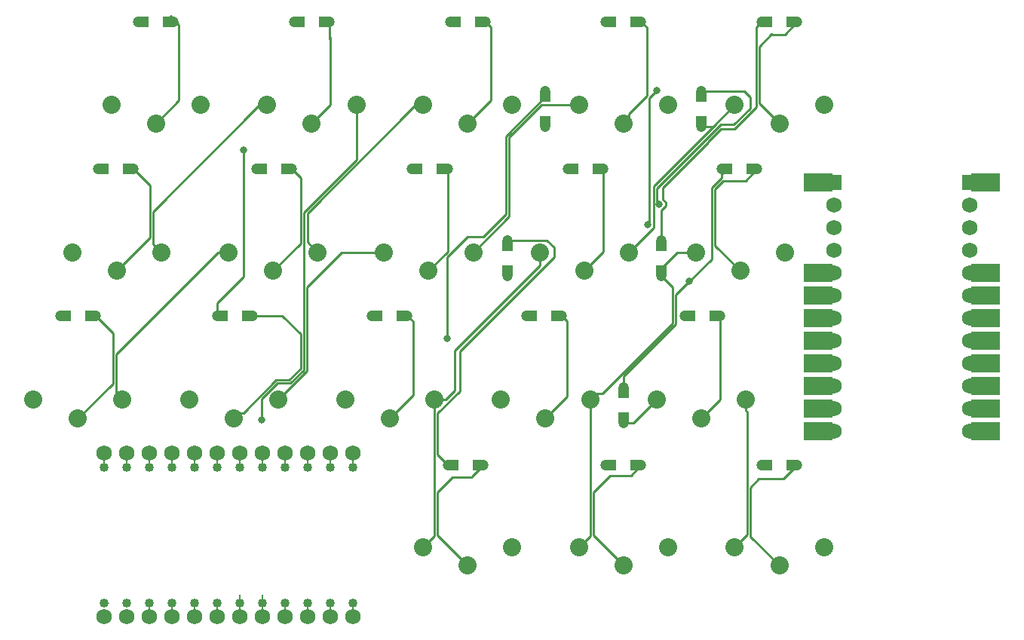
<source format=gbr>
%TF.GenerationSoftware,KiCad,Pcbnew,7.0.0-da2b9df05c~163~ubuntu22.04.1*%
%TF.CreationDate,2023-03-03T11:43:54-08:00*%
%TF.ProjectId,split-single,73706c69-742d-4736-996e-676c652e6b69,rev?*%
%TF.SameCoordinates,Original*%
%TF.FileFunction,Copper,L1,Top*%
%TF.FilePolarity,Positive*%
%FSLAX46Y46*%
G04 Gerber Fmt 4.6, Leading zero omitted, Abs format (unit mm)*
G04 Created by KiCad (PCBNEW 7.0.0-da2b9df05c~163~ubuntu22.04.1) date 2023-03-03 11:43:54*
%MOMM*%
%LPD*%
G01*
G04 APERTURE LIST*
%TA.AperFunction,ComponentPad*%
%ADD10C,1.200000*%
%TD*%
%TA.AperFunction,SMDPad,CuDef*%
%ADD11R,1.200000X1.200000*%
%TD*%
%TA.AperFunction,ComponentPad*%
%ADD12C,2.032000*%
%TD*%
%TA.AperFunction,ComponentPad*%
%ADD13C,1.016000*%
%TD*%
%TA.AperFunction,ComponentPad*%
%ADD14C,1.750000*%
%TD*%
%TA.AperFunction,WasherPad*%
%ADD15C,1.752600*%
%TD*%
%TA.AperFunction,ComponentPad*%
%ADD16R,1.752600X1.752600*%
%TD*%
%TA.AperFunction,SMDPad,CuDef*%
%ADD17R,3.250000X2.000000*%
%TD*%
%TA.AperFunction,ComponentPad*%
%ADD18C,1.752600*%
%TD*%
%TA.AperFunction,ViaPad*%
%ADD19C,0.800000*%
%TD*%
%TA.AperFunction,Conductor*%
%ADD20C,0.250000*%
%TD*%
%TA.AperFunction,Conductor*%
%ADD21C,0.127000*%
%TD*%
G04 APERTURE END LIST*
D10*
%TO.P,D16,1,K*%
%TO.N,pin3*%
X79250000Y-56500000D03*
D11*
X79849999Y-56499999D03*
%TO.P,D16,2,A*%
%TO.N,Net-(D16-Pad2)*%
X82649999Y-56499999D03*
D10*
X83250000Y-56500000D03*
%TD*%
%TO.P,D9,1,K*%
%TO.N,pin1*%
X66250000Y-40000000D03*
D11*
X66849999Y-39999999D03*
%TO.P,D9,2,A*%
%TO.N,Net-(D9-Pad2)*%
X69649999Y-39999999D03*
D10*
X70250000Y-40000000D03*
%TD*%
%TO.P,D5,1,K*%
%TO.N,pin0*%
X105500000Y-23500000D03*
D11*
X106099999Y-23499999D03*
%TO.P,D5,2,A*%
%TO.N,Net-(D5-Pad2)*%
X108899999Y-23499999D03*
D10*
X109500000Y-23500000D03*
%TD*%
%TO.P,D8,1,K*%
%TO.N,pin1*%
X48500000Y-40000000D03*
D11*
X49099999Y-39999999D03*
%TO.P,D8,2,A*%
%TO.N,Net-(D8-Pad2)*%
X51899999Y-39999999D03*
D10*
X52500000Y-40000000D03*
%TD*%
D12*
%TO.P,SW1,1,1*%
%TO.N,Net-(D2-Pad2)*%
X55000000Y-34900000D03*
%TO.P,SW1,2,2*%
%TO.N,Net-(D7-Pad1)*%
X50000000Y-32800000D03*
X60000000Y-32800000D03*
%TD*%
D10*
%TO.P,D21,1,K*%
%TO.N,pin4*%
X87750000Y-73250000D03*
D11*
X88349999Y-73249999D03*
%TO.P,D21,2,A*%
%TO.N,Net-(D21-Pad2)*%
X91149999Y-73249999D03*
D10*
X91750000Y-73250000D03*
%TD*%
%TO.P,D25,1,K*%
%TO.N,Net-(D25-Pad1)*%
X94500000Y-52000000D03*
D11*
X94499999Y-51399999D03*
%TO.P,D25,2,A*%
%TO.N,pin4*%
X94499999Y-48599999D03*
D10*
X94500000Y-48000000D03*
%TD*%
%TO.P,D11,1,K*%
%TO.N,pin2*%
X101250000Y-40000000D03*
D11*
X101849999Y-39999999D03*
%TO.P,D11,2,A*%
%TO.N,Net-(D11-Pad2)*%
X104649999Y-39999999D03*
D10*
X105250000Y-40000000D03*
%TD*%
%TO.P,D19,1,K*%
%TO.N,Net-(D19-Pad1)*%
X98750000Y-35250000D03*
D11*
X98749999Y-34649999D03*
%TO.P,D19,2,A*%
%TO.N,pin3*%
X98749999Y-31849999D03*
D10*
X98750000Y-31250000D03*
%TD*%
%TO.P,D12,1,K*%
%TO.N,pin2*%
X118500000Y-40000000D03*
D11*
X119099999Y-39999999D03*
%TO.P,D12,2,A*%
%TO.N,Net-(D12-Pad2)*%
X121899999Y-39999999D03*
D10*
X122500000Y-40000000D03*
%TD*%
%TO.P,D10,1,K*%
%TO.N,pin1*%
X83750000Y-40000000D03*
D11*
X84349999Y-39999999D03*
%TO.P,D10,2,A*%
%TO.N,Net-(D10-Pad2)*%
X87149999Y-39999999D03*
D10*
X87750000Y-40000000D03*
%TD*%
D13*
%TO.P,J4,1*%
%TO.N,/RAW*%
X49156604Y-73500000D03*
D14*
%TO.P,J4,1B*%
X49156604Y-71930000D03*
D13*
%TO.P,J4,2*%
%TO.N,GND*%
X51696604Y-73500000D03*
D14*
%TO.P,J4,2B*%
X51696604Y-71930000D03*
D13*
%TO.P,J4,3*%
%TO.N,/~{RESET}*%
X54236604Y-73500000D03*
D14*
%TO.P,J4,3B*%
X54236604Y-71930000D03*
D13*
%TO.P,J4,4*%
%TO.N,3.3V*%
X56776604Y-73500000D03*
D14*
%TO.P,J4,4B*%
X56776604Y-71930000D03*
D13*
%TO.P,J4,5*%
%TO.N,/A3*%
X59316604Y-73500000D03*
D14*
%TO.P,J4,5B*%
X59316604Y-71930000D03*
D13*
%TO.P,J4,6*%
%TO.N,/A2*%
X61856604Y-73500000D03*
D14*
%TO.P,J4,6B*%
X61856604Y-71930000D03*
D13*
%TO.P,J4,7*%
%TO.N,/A1*%
X64396604Y-73500000D03*
D14*
%TO.P,J4,7B*%
X64396604Y-71930000D03*
D13*
%TO.P,J4,8*%
%TO.N,/A0*%
X66936604Y-73500000D03*
D14*
%TO.P,J4,8B*%
X66936604Y-71930000D03*
D13*
%TO.P,J4,9*%
%TO.N,/22/SPI_SCK*%
X69476604Y-73500000D03*
D14*
%TO.P,J4,9B*%
X69476604Y-71930000D03*
D13*
%TO.P,J4,10*%
%TO.N,/20/SPI_CIPO*%
X72016604Y-73500000D03*
D14*
%TO.P,J4,10B*%
X72016604Y-71930000D03*
D13*
%TO.P,J4,11*%
%TO.N,/23/SPI_COPI*%
X74556604Y-73500000D03*
D14*
%TO.P,J4,11B*%
X74556604Y-71930000D03*
D13*
%TO.P,J4,12*%
%TO.N,/21/SPI_~{CS}*%
X77096604Y-73500000D03*
D14*
%TO.P,J4,12B*%
X77096604Y-71930000D03*
%TD*%
D12*
%TO.P,SW7,1,1*%
%TO.N,Net-(D9-Pad2)*%
X68125000Y-51450000D03*
%TO.P,SW7,2,2*%
%TO.N,Net-(D19-Pad1)*%
X63125000Y-49350000D03*
X73125000Y-49350000D03*
%TD*%
D13*
%TO.P,J3,1*%
%TO.N,/9/RX1*%
X77096604Y-88740000D03*
D14*
%TO.P,J3,1B*%
X77096604Y-90310000D03*
D13*
%TO.P,J3,2*%
%TO.N,/8/TX1*%
X74556604Y-88740000D03*
D14*
%TO.P,J3,2B*%
X74556604Y-90310000D03*
D13*
%TO.P,J3,3*%
%TO.N,/7*%
X72016604Y-88740000D03*
D14*
%TO.P,J3,3B*%
X72016604Y-90310000D03*
D13*
%TO.P,J3,4*%
%TO.N,/6*%
X69476604Y-88740000D03*
D14*
%TO.P,J3,4B*%
X69476604Y-90310000D03*
D13*
%TO.P,J3,5*%
%TO.N,/5*%
X66936604Y-88740000D03*
D14*
%TO.P,J3,5B*%
X66936604Y-90310000D03*
D13*
%TO.P,J3,6*%
%TO.N,/4*%
X64396604Y-88740000D03*
D14*
%TO.P,J3,6B*%
X64396604Y-90310000D03*
D13*
%TO.P,J3,7*%
%TO.N,/17/SCL*%
X61856604Y-88740000D03*
D14*
%TO.P,J3,7B*%
X61856604Y-90310000D03*
D13*
%TO.P,J3,8*%
%TO.N,/16/SDA*%
X59316604Y-88740000D03*
D14*
%TO.P,J3,8B*%
X59316604Y-90310000D03*
D13*
%TO.P,J3,9*%
%TO.N,GND*%
X56776604Y-88740000D03*
D14*
%TO.P,J3,9B*%
X56776604Y-90310000D03*
D13*
%TO.P,J3,10*%
X54236604Y-88740000D03*
D14*
%TO.P,J3,10B*%
X54236604Y-90310000D03*
D13*
%TO.P,J3,11*%
%TO.N,/1/RX0*%
X51696604Y-88740000D03*
D14*
%TO.P,J3,11B*%
X51696604Y-90310000D03*
D13*
%TO.P,J3,12*%
%TO.N,/0/TX0*%
X49156604Y-88740000D03*
D14*
%TO.P,J3,12B*%
X49156604Y-90310000D03*
%TD*%
D10*
%TO.P,D4,1,K*%
%TO.N,pin0*%
X88000000Y-23500000D03*
D11*
X88599999Y-23499999D03*
%TO.P,D4,2,A*%
%TO.N,Net-(D4-Pad2)*%
X91399999Y-23499999D03*
D10*
X92000000Y-23500000D03*
%TD*%
%TO.P,D15,1,K*%
%TO.N,pin2*%
X61850000Y-56500000D03*
D11*
X62449999Y-56499999D03*
%TO.P,D15,2,A*%
%TO.N,Net-(D15-Pad2)*%
X65249999Y-56499999D03*
D10*
X65850000Y-56500000D03*
%TD*%
%TO.P,D17,1,K*%
%TO.N,pin3*%
X96600000Y-56500000D03*
D11*
X97199999Y-56499999D03*
%TO.P,D17,2,A*%
%TO.N,Net-(D17-Pad2)*%
X99999999Y-56499999D03*
D10*
X100600000Y-56500000D03*
%TD*%
%TO.P,D18,1,K*%
%TO.N,pin3*%
X114350000Y-56500000D03*
D11*
X114949999Y-56499999D03*
%TO.P,D18,2,A*%
%TO.N,Net-(D18-Pad2)*%
X117749999Y-56499999D03*
D10*
X118350000Y-56500000D03*
%TD*%
D12*
%TO.P,SW4,1,1*%
%TO.N,Net-(D5-Pad2)*%
X107500000Y-34900000D03*
%TO.P,SW4,2,2*%
%TO.N,Net-(D25-Pad1)*%
X102500000Y-32800000D03*
X112500000Y-32800000D03*
%TD*%
%TO.P,SW17,1,1*%
%TO.N,Net-(D21-Pad2)*%
X90000000Y-84550000D03*
%TO.P,SW17,2,2*%
%TO.N,Net-(D1-Pad1)*%
X85000000Y-82450000D03*
X95000000Y-82450000D03*
%TD*%
%TO.P,SW10,1,1*%
%TO.N,Net-(D12-Pad2)*%
X120625000Y-51450000D03*
%TO.P,SW10,2,2*%
%TO.N,Net-(D7-Pad1)*%
X115625000Y-49350000D03*
X125625000Y-49350000D03*
%TD*%
%TO.P,SW3,1,1*%
%TO.N,Net-(D4-Pad2)*%
X90000000Y-34900000D03*
%TO.P,SW3,2,2*%
%TO.N,Net-(D19-Pad1)*%
X85000000Y-32800000D03*
X95000000Y-32800000D03*
%TD*%
D10*
%TO.P,D23,1,K*%
%TO.N,pin4*%
X123000000Y-73250000D03*
D11*
X123599999Y-73249999D03*
%TO.P,D23,2,A*%
%TO.N,Net-(D23-Pad2)*%
X126399999Y-73249999D03*
D10*
X127000000Y-73250000D03*
%TD*%
%TO.P,D13,1,K*%
%TO.N,Net-(D13-Pad1)*%
X107500000Y-68500000D03*
D11*
X107499999Y-67899999D03*
%TO.P,D13,2,A*%
%TO.N,pin2*%
X107499999Y-65099999D03*
D10*
X107500000Y-64500000D03*
%TD*%
D12*
%TO.P,SW12,1,1*%
%TO.N,Net-(D15-Pad2)*%
X63750000Y-68000000D03*
%TO.P,SW12,2,2*%
%TO.N,Net-(D25-Pad1)*%
X58750000Y-65900000D03*
X68750000Y-65900000D03*
%TD*%
%TO.P,SW11,1,1*%
%TO.N,Net-(D14-Pad2)*%
X46250000Y-68000000D03*
%TO.P,SW11,2,2*%
%TO.N,Net-(D19-Pad1)*%
X41250000Y-65900000D03*
X51250000Y-65900000D03*
%TD*%
D10*
%TO.P,D2,1,K*%
%TO.N,pin0*%
X53000000Y-23500000D03*
D11*
X53599999Y-23499999D03*
%TO.P,D2,2,A*%
%TO.N,Net-(D2-Pad2)*%
X56399999Y-23499999D03*
D10*
X57000000Y-23500000D03*
%TD*%
D12*
%TO.P,SW14,1,1*%
%TO.N,Net-(D17-Pad2)*%
X98750000Y-68000000D03*
%TO.P,SW14,2,2*%
%TO.N,Net-(D7-Pad1)*%
X93750000Y-65900000D03*
X103750000Y-65900000D03*
%TD*%
%TO.P,SW5,1,1*%
%TO.N,Net-(D6-Pad2)*%
X125000000Y-34900000D03*
%TO.P,SW5,2,2*%
%TO.N,Net-(D1-Pad1)*%
X120000000Y-32800000D03*
X130000000Y-32800000D03*
%TD*%
D10*
%TO.P,D7,1,K*%
%TO.N,Net-(D7-Pad1)*%
X111750000Y-52000000D03*
D11*
X111749999Y-51399999D03*
%TO.P,D7,2,A*%
%TO.N,pin1*%
X111749999Y-48599999D03*
D10*
X111750000Y-48000000D03*
%TD*%
D12*
%TO.P,SW13,1,1*%
%TO.N,Net-(D16-Pad2)*%
X81250000Y-68000000D03*
%TO.P,SW13,2,2*%
%TO.N,Net-(D1-Pad1)*%
X76250000Y-65900000D03*
X86250000Y-65900000D03*
%TD*%
D15*
%TO.P,U1,*%
%TO.N,*%
X146370000Y-44056750D03*
X131130000Y-44056750D03*
X146370000Y-46596750D03*
X131130000Y-46596750D03*
X146370000Y-49136750D03*
X131130000Y-49136750D03*
D16*
%TO.P,U1,1,TX0/D3*%
%TO.N,unconnected-(U1-Pad1)*%
X131129999Y-41516749D03*
D17*
X129351999Y-41516749D03*
D18*
%TO.P,U1,5,2/D1/SDA*%
%TO.N,unconnected-(U1-Pad5)*%
X131130000Y-51676750D03*
D17*
X129351999Y-51676749D03*
D18*
%TO.P,U1,6,3/D0/SCL*%
%TO.N,unconnected-(U1-Pad6)*%
X131130000Y-54216750D03*
D17*
X129351999Y-54216749D03*
D18*
%TO.P,U1,7,4/D4*%
%TO.N,unconnected-(U1-Pad7)*%
X131130000Y-56756750D03*
D17*
X129351999Y-56756749D03*
D18*
%TO.P,U1,8,5/C6*%
%TO.N,pin0*%
X131130000Y-59296750D03*
D17*
X129351999Y-59296749D03*
D18*
%TO.P,U1,9,6/D7*%
%TO.N,pin1*%
X131130000Y-61836750D03*
D17*
X129351999Y-61836749D03*
D18*
%TO.P,U1,10,7/E6*%
%TO.N,pin2*%
X131130000Y-64376750D03*
D17*
X129351999Y-64376749D03*
D18*
%TO.P,U1,11,8/B4*%
%TO.N,pin3*%
X131130000Y-66916750D03*
D17*
X129351999Y-66916749D03*
D18*
%TO.P,U1,12,9/B5*%
%TO.N,pin4*%
X131130000Y-69456750D03*
D17*
X129351999Y-69456749D03*
%TO.P,U1,13,B6/10*%
X148147999Y-69456749D03*
D18*
X146370000Y-69456750D03*
D17*
%TO.P,U1,14,B2/16*%
%TO.N,pin3*%
X148147999Y-66916749D03*
D18*
X146370000Y-66916750D03*
D17*
%TO.P,U1,15,B3/14*%
%TO.N,pin2*%
X148147999Y-64376749D03*
D18*
X146370000Y-64376750D03*
D17*
%TO.P,U1,16,B1/15*%
%TO.N,pin1*%
X148147999Y-61836749D03*
D18*
X146370000Y-61836750D03*
D17*
%TO.P,U1,17,F7/A0*%
%TO.N,pin0*%
X148147999Y-59296749D03*
D18*
X146370000Y-59296750D03*
D17*
%TO.P,U1,18,F6/A1*%
%TO.N,unconnected-(U1-Pad18)*%
X148147999Y-56756749D03*
D18*
X146370000Y-56756750D03*
D17*
%TO.P,U1,19,F5/A2*%
%TO.N,unconnected-(U1-Pad19)*%
X148147999Y-54216749D03*
D18*
X146370000Y-54216750D03*
D17*
%TO.P,U1,20,F4/A3*%
%TO.N,unconnected-(U1-Pad20)*%
X148147999Y-51676749D03*
D18*
X146370000Y-51676750D03*
D17*
%TO.P,U1,24,RAW*%
%TO.N,unconnected-(U1-Pad24)*%
X148147999Y-41516749D03*
D18*
X146370000Y-41516750D03*
%TD*%
D10*
%TO.P,D14,1,K*%
%TO.N,pin2*%
X44250000Y-56500000D03*
D11*
X44849999Y-56499999D03*
%TO.P,D14,2,A*%
%TO.N,Net-(D14-Pad2)*%
X47649999Y-56499999D03*
D10*
X48250000Y-56500000D03*
%TD*%
%TO.P,D6,1,K*%
%TO.N,pin1*%
X123000000Y-23500000D03*
D11*
X123599999Y-23499999D03*
%TO.P,D6,2,A*%
%TO.N,Net-(D6-Pad2)*%
X126399999Y-23499999D03*
D10*
X127000000Y-23500000D03*
%TD*%
D12*
%TO.P,SW6,1,1*%
%TO.N,Net-(D8-Pad2)*%
X50625000Y-51450000D03*
%TO.P,SW6,2,2*%
%TO.N,Net-(D13-Pad1)*%
X45625000Y-49350000D03*
X55625000Y-49350000D03*
%TD*%
%TO.P,SW15,1,1*%
%TO.N,Net-(D18-Pad2)*%
X116250000Y-68000000D03*
%TO.P,SW15,2,2*%
%TO.N,Net-(D13-Pad1)*%
X111250000Y-65900000D03*
X121250000Y-65900000D03*
%TD*%
%TO.P,SW8,1,1*%
%TO.N,Net-(D10-Pad2)*%
X85625000Y-51450000D03*
%TO.P,SW8,2,2*%
%TO.N,Net-(D25-Pad1)*%
X80625000Y-49350000D03*
X90625000Y-49350000D03*
%TD*%
%TO.P,SW2,1,1*%
%TO.N,Net-(D3-Pad2)*%
X72500000Y-34900000D03*
%TO.P,SW2,2,2*%
%TO.N,Net-(D13-Pad1)*%
X67500000Y-32800000D03*
X77500000Y-32800000D03*
%TD*%
D10*
%TO.P,D1,1,K*%
%TO.N,Net-(D1-Pad1)*%
X116250000Y-35250000D03*
D11*
X116249999Y-34649999D03*
%TO.P,D1,2,A*%
%TO.N,pin0*%
X116249999Y-31849999D03*
D10*
X116250000Y-31250000D03*
%TD*%
%TO.P,D22,1,K*%
%TO.N,pin4*%
X105500000Y-73250000D03*
D11*
X106099999Y-73249999D03*
%TO.P,D22,2,A*%
%TO.N,Net-(D22-Pad2)*%
X108899999Y-73249999D03*
D10*
X109500000Y-73250000D03*
%TD*%
D12*
%TO.P,SW9,1,1*%
%TO.N,Net-(D11-Pad2)*%
X103125000Y-51450000D03*
%TO.P,SW9,2,2*%
%TO.N,Net-(D1-Pad1)*%
X98125000Y-49350000D03*
X108125000Y-49350000D03*
%TD*%
D10*
%TO.P,D3,1,K*%
%TO.N,pin0*%
X70500000Y-23500000D03*
D11*
X71099999Y-23499999D03*
%TO.P,D3,2,A*%
%TO.N,Net-(D3-Pad2)*%
X73899999Y-23499999D03*
D10*
X74500000Y-23500000D03*
%TD*%
D12*
%TO.P,SW18,1,1*%
%TO.N,Net-(D22-Pad2)*%
X107500000Y-84550000D03*
%TO.P,SW18,2,2*%
%TO.N,Net-(D7-Pad1)*%
X102500000Y-82450000D03*
X112500000Y-82450000D03*
%TD*%
%TO.P,SW19,1,1*%
%TO.N,Net-(D23-Pad2)*%
X125000000Y-84550000D03*
%TO.P,SW19,2,2*%
%TO.N,Net-(D13-Pad1)*%
X120000000Y-82450000D03*
X130000000Y-82450000D03*
%TD*%
D15*
%TO.P,U2,*%
%TO.N,*%
X146370000Y-44056750D03*
X131130000Y-44056750D03*
X146370000Y-46596750D03*
X131130000Y-46596750D03*
X146370000Y-49136750D03*
X131130000Y-49136750D03*
D16*
%TO.P,U2,1,TX0/D3*%
%TO.N,unconnected-(U2-Pad1)*%
X146369999Y-41516749D03*
D18*
%TO.P,U2,5,2/D1/SDA*%
%TO.N,unconnected-(U2-Pad5)*%
X146370000Y-51676750D03*
%TO.P,U2,6,3/D0/SCL*%
%TO.N,unconnected-(U2-Pad6)*%
X146370000Y-54216750D03*
%TO.P,U2,7,4/D4*%
%TO.N,unconnected-(U2-Pad7)*%
X146370000Y-56756750D03*
%TO.P,U2,8,5/C6*%
%TO.N,pin0*%
X146370000Y-59296750D03*
%TO.P,U2,9,6/D7*%
%TO.N,pin1*%
X146370000Y-61836750D03*
%TO.P,U2,10,7/E6*%
%TO.N,pin2*%
X146370000Y-64376750D03*
%TO.P,U2,11,8/B4*%
%TO.N,pin3*%
X146370000Y-66916750D03*
%TO.P,U2,12,9/B5*%
%TO.N,pin4*%
X146370000Y-69456750D03*
%TO.P,U2,13,B6/10*%
X131130000Y-69456750D03*
%TO.P,U2,14,B2/16*%
%TO.N,pin3*%
X131130000Y-66916750D03*
%TO.P,U2,15,B3/14*%
%TO.N,pin2*%
X131130000Y-64376750D03*
%TO.P,U2,16,B1/15*%
%TO.N,pin1*%
X131130000Y-61836750D03*
%TO.P,U2,17,F7/A0*%
%TO.N,pin0*%
X131130000Y-59296750D03*
%TO.P,U2,18,F6/A1*%
%TO.N,unconnected-(U2-Pad18)*%
X131130000Y-56756750D03*
%TO.P,U2,19,F5/A2*%
%TO.N,unconnected-(U2-Pad19)*%
X131130000Y-54216750D03*
%TO.P,U2,20,F4/A3*%
%TO.N,unconnected-(U2-Pad20)*%
X131130000Y-51676750D03*
%TO.P,U2,24,RAW*%
%TO.N,unconnected-(U2-Pad24)*%
X131130000Y-41516750D03*
%TD*%
D19*
%TO.N,pin0*%
X111500000Y-44000000D03*
%TO.N,Net-(D7-Pad1)*%
X110225201Y-46225201D03*
X111200000Y-31200000D03*
%TO.N,pin2*%
X64800000Y-37900000D03*
X114900000Y-52600000D03*
%TO.N,Net-(D13-Pad1)*%
X66900000Y-68200000D03*
%TO.N,pin3*%
X87700000Y-59000000D03*
%TD*%
D20*
%TO.N,Net-(D1-Pad1)*%
X117550000Y-35250000D02*
X110866470Y-41933530D01*
X98125000Y-50843418D02*
X88542894Y-60425524D01*
X110866470Y-41933530D02*
X110866470Y-46608530D01*
X86250000Y-81200000D02*
X86250000Y-65900000D01*
X88542894Y-64857106D02*
X87500000Y-65900000D01*
X87500000Y-65900000D02*
X86250000Y-65900000D01*
X120000000Y-32800000D02*
X117550000Y-35250000D01*
X116250000Y-35250000D02*
X117550000Y-35250000D01*
X85000000Y-82450000D02*
X86250000Y-81200000D01*
X110866470Y-46608530D02*
X108125000Y-49350000D01*
X88542894Y-60425524D02*
X88542894Y-64857106D01*
X98125000Y-49350000D02*
X98125000Y-50843418D01*
%TO.N,pin0*%
X118418198Y-35018198D02*
X111218070Y-42218326D01*
X111218070Y-43718070D02*
X111500000Y-44000000D01*
X121050000Y-31250000D02*
X121700000Y-31900000D01*
X121700000Y-31900000D02*
X121700000Y-33230001D01*
X116250000Y-31250000D02*
X121050000Y-31250000D01*
X121700000Y-33230001D02*
X119911803Y-35018198D01*
X111218070Y-42218326D02*
X111218070Y-43718070D01*
X119911803Y-35018198D02*
X118418198Y-35018198D01*
%TO.N,Net-(D2-Pad2)*%
X55000000Y-34900000D02*
X57600000Y-32300000D01*
X56600000Y-22800000D02*
X56600000Y-23100000D01*
X56600000Y-23100000D02*
X57000000Y-23500000D01*
X57600000Y-32300000D02*
X57600000Y-23800000D01*
X57600000Y-23800000D02*
X56600000Y-22800000D01*
%TO.N,Net-(D3-Pad2)*%
X74500000Y-25400000D02*
X74500000Y-23500000D01*
X74589501Y-25489501D02*
X74500000Y-25400000D01*
X74589501Y-25489501D02*
X74589501Y-25179501D01*
X72500000Y-34900000D02*
X74589501Y-32810499D01*
X74589501Y-32810499D02*
X74589501Y-25489501D01*
%TO.N,Net-(D4-Pad2)*%
X92000000Y-23500000D02*
X92600000Y-24100000D01*
X92600000Y-24100000D02*
X92600000Y-32300000D01*
X92600000Y-32300000D02*
X90000000Y-34900000D01*
%TO.N,Net-(D5-Pad2)*%
X108100000Y-34300000D02*
X107500000Y-34900000D01*
X108100000Y-33800000D02*
X108100000Y-34300000D01*
X110100000Y-24100000D02*
X110100000Y-31800000D01*
X109500000Y-23500000D02*
X110100000Y-24100000D01*
X110100000Y-31800000D02*
X108100000Y-33800000D01*
%TO.N,pin1*%
X111900000Y-43400000D02*
X111900000Y-42100000D01*
X118466817Y-35466817D02*
X119960421Y-35466817D01*
X111750000Y-44650000D02*
X112250000Y-44150000D01*
X111900000Y-42100000D02*
X117000000Y-37000000D01*
X122400000Y-33027239D02*
X122400000Y-24100000D01*
X117000000Y-37000000D02*
X117000000Y-36933634D01*
X112250000Y-43750000D02*
X111900000Y-43400000D01*
X119960421Y-35466817D02*
X122400000Y-33027239D01*
X112250000Y-44150000D02*
X112250000Y-43750000D01*
X117000000Y-36933634D02*
X118466817Y-35466817D01*
X122400000Y-24100000D02*
X123000000Y-23500000D01*
X111750000Y-48000000D02*
X111750000Y-44650000D01*
%TO.N,Net-(D6-Pad2)*%
X127000000Y-23500000D02*
X125600000Y-24900000D01*
X122751600Y-26248400D02*
X124150000Y-24850000D01*
X125600000Y-24900000D02*
X124200000Y-24900000D01*
X124200000Y-24900000D02*
X124150000Y-24850000D01*
X122751600Y-32651600D02*
X122751600Y-26248400D01*
X125000000Y-34900000D02*
X122751600Y-32651600D01*
%TO.N,Net-(D7-Pad1)*%
X111750000Y-52000000D02*
X112998400Y-53248400D01*
X103750000Y-81200000D02*
X103750000Y-65900000D01*
X102500000Y-82450000D02*
X103750000Y-81200000D01*
X110400000Y-46050402D02*
X110400000Y-32000000D01*
X111750000Y-51150000D02*
X111750000Y-52000000D01*
X112998400Y-57304363D02*
X105102764Y-65200000D01*
X110400000Y-32000000D02*
X111200000Y-31200000D01*
X112998400Y-53248400D02*
X112998400Y-57304363D01*
X110225201Y-46225201D02*
X110400000Y-46050402D01*
X105102764Y-65200000D02*
X104450000Y-65200000D01*
X104450000Y-65200000D02*
X103750000Y-65900000D01*
X115625000Y-49350000D02*
X113550000Y-49350000D01*
X113550000Y-49350000D02*
X111750000Y-51150000D01*
%TO.N,Net-(D8-Pad2)*%
X54348400Y-41848400D02*
X52500000Y-40000000D01*
X54348400Y-47726600D02*
X54348400Y-41848400D01*
X50625000Y-51450000D02*
X54348400Y-47726600D01*
%TO.N,Net-(D9-Pad2)*%
X68125000Y-51450000D02*
X71248400Y-48326600D01*
X71248400Y-40998400D02*
X70250000Y-40000000D01*
X71248400Y-48326600D02*
X71248400Y-40998400D01*
%TO.N,Net-(D10-Pad2)*%
X87750000Y-49325000D02*
X87750000Y-40000000D01*
X85625000Y-51450000D02*
X87750000Y-49325000D01*
%TO.N,pin2*%
X117400000Y-42100000D02*
X118535499Y-40964501D01*
X114900000Y-52600000D02*
X113350000Y-54150000D01*
X117400000Y-50100000D02*
X114900000Y-52600000D01*
X118535499Y-40564501D02*
X118535499Y-40964501D01*
X64800000Y-37900000D02*
X64800000Y-52100000D01*
X111050000Y-59750000D02*
X107500000Y-63300000D01*
X117400000Y-50100000D02*
X117400000Y-42100000D01*
X61850000Y-55050000D02*
X61850000Y-56500000D01*
X111900000Y-58900000D02*
X111050000Y-59750000D01*
X64800000Y-52100000D02*
X61850000Y-55050000D01*
X111050000Y-59750000D02*
X113350000Y-57450000D01*
X119100000Y-40000000D02*
X118535499Y-40564501D01*
X113350000Y-57450000D02*
X113350000Y-54150000D01*
X107500000Y-63300000D02*
X107500000Y-64500000D01*
%TO.N,Net-(D11-Pad2)*%
X105250000Y-49325000D02*
X105250000Y-40000000D01*
X103125000Y-51450000D02*
X105250000Y-49325000D01*
%TO.N,Net-(D12-Pad2)*%
X117751600Y-42245638D02*
X118697238Y-41300000D01*
X117751600Y-48576600D02*
X117751600Y-42245638D01*
X120625000Y-51450000D02*
X117751600Y-48576600D01*
X121200000Y-41300000D02*
X122500000Y-40000000D01*
X118697238Y-41300000D02*
X121200000Y-41300000D01*
%TO.N,Net-(D13-Pad1)*%
X66400000Y-33000000D02*
X66600000Y-32800000D01*
X71600000Y-62552762D02*
X71600000Y-44872562D01*
X120000000Y-82450000D02*
X121371281Y-81078719D01*
X55625000Y-49350000D02*
X54700000Y-48425000D01*
X71600000Y-44872562D02*
X77500000Y-38972562D01*
X108650000Y-68500000D02*
X111250000Y-65900000D01*
X70084403Y-64068359D02*
X71600000Y-62552762D01*
X54700000Y-48425000D02*
X54700000Y-44767060D01*
X121371281Y-67271281D02*
X121250000Y-67150000D01*
X66900000Y-65800000D02*
X68631641Y-64068359D01*
X121250000Y-67150000D02*
X121250000Y-65900000D01*
X68631641Y-64068359D02*
X70084403Y-64068359D01*
X107500000Y-68500000D02*
X108650000Y-68500000D01*
X121371281Y-81078719D02*
X121371281Y-67271281D01*
X54700000Y-44767060D02*
X66400000Y-33067060D01*
X66400000Y-33067060D02*
X66400000Y-33000000D01*
X66900000Y-68200000D02*
X66900000Y-65800000D01*
X66600000Y-32800000D02*
X67500000Y-32800000D01*
X77500000Y-38972562D02*
X77500000Y-32800000D01*
%TO.N,Net-(D14-Pad2)*%
X50172499Y-64077501D02*
X50172499Y-58422499D01*
X46250000Y-68000000D02*
X50172499Y-64077501D01*
X50172499Y-58422499D02*
X48250000Y-56500000D01*
%TO.N,Net-(D15-Pad2)*%
X64802762Y-67400000D02*
X68486003Y-63716759D01*
X69938765Y-63716759D02*
X71248400Y-62407124D01*
X64350000Y-67400000D02*
X64802762Y-67400000D01*
X69182562Y-56500000D02*
X65850000Y-56500000D01*
X71248400Y-62407124D02*
X71248400Y-58565838D01*
X68486003Y-63716759D02*
X69938765Y-63716759D01*
X71248400Y-58565838D02*
X69182562Y-56500000D01*
X63750000Y-68000000D02*
X64350000Y-67400000D01*
%TO.N,pin3*%
X89972238Y-47600000D02*
X91800000Y-47600000D01*
X87700000Y-49872238D02*
X89972238Y-47600000D01*
X87700000Y-59000000D02*
X87700000Y-49872238D01*
X94300000Y-36300000D02*
X98750000Y-31850000D01*
X94300000Y-45100000D02*
X94300000Y-36300000D01*
X91800000Y-47600000D02*
X94300000Y-45100000D01*
%TO.N,Net-(D16-Pad2)*%
X83850000Y-65400000D02*
X81250000Y-68000000D01*
X83250000Y-56500000D02*
X83850000Y-57100000D01*
X83850000Y-57100000D02*
X83850000Y-65400000D01*
%TO.N,Net-(D17-Pad2)*%
X98750000Y-68000000D02*
X101200000Y-65550000D01*
X101200000Y-57100000D02*
X100600000Y-56500000D01*
X101200000Y-65550000D02*
X101200000Y-57100000D01*
%TO.N,Net-(D18-Pad2)*%
X118350000Y-65900000D02*
X118350000Y-56500000D01*
X116250000Y-68000000D02*
X118350000Y-65900000D01*
%TO.N,Net-(D19-Pad1)*%
X83900000Y-33000000D02*
X84100000Y-32800000D01*
X72000000Y-44969800D02*
X83900000Y-33069800D01*
X73125000Y-49350000D02*
X72000000Y-48225000D01*
X51250000Y-65900000D02*
X50524099Y-65174099D01*
X72000000Y-48225000D02*
X72000000Y-44969800D01*
X83900000Y-33069800D02*
X83900000Y-33000000D01*
X84100000Y-32800000D02*
X85000000Y-32800000D01*
X73125000Y-49675000D02*
X73125000Y-49350000D01*
X61950000Y-49350000D02*
X63125000Y-49350000D01*
X50524099Y-60775901D02*
X61950000Y-49350000D01*
X50524099Y-65174099D02*
X50524099Y-60775901D01*
%TO.N,pin4*%
X99702407Y-48802407D02*
X98900000Y-48000000D01*
X86601600Y-72101600D02*
X86601600Y-67434796D01*
X98900000Y-48000000D02*
X94500000Y-48000000D01*
X99702407Y-49902407D02*
X99702407Y-48802407D01*
X89100000Y-60504814D02*
X99702407Y-49902407D01*
X87750000Y-73250000D02*
X86601600Y-72101600D01*
X89100000Y-64936396D02*
X89100000Y-60504814D01*
X86601600Y-67434796D02*
X89100000Y-64936396D01*
%TO.N,Net-(D21-Pad2)*%
X90500000Y-74600000D02*
X90500000Y-74500000D01*
X88300000Y-74600000D02*
X90500000Y-74600000D01*
X90500000Y-74500000D02*
X91750000Y-73250000D01*
X90000000Y-84550000D02*
X86601600Y-81151600D01*
X86601600Y-81151600D02*
X86601600Y-76298400D01*
X86601600Y-76298400D02*
X88300000Y-74600000D01*
%TO.N,Net-(D22-Pad2)*%
X104101600Y-81151600D02*
X104101600Y-76300000D01*
X107500000Y-84550000D02*
X104101600Y-81151600D01*
X104101600Y-76300000D02*
X106001600Y-74400000D01*
X106001600Y-74400000D02*
X108350000Y-74400000D01*
X108350000Y-74400000D02*
X109500000Y-73250000D01*
%TO.N,Net-(D23-Pad2)*%
X122700000Y-74800000D02*
X125450000Y-74800000D01*
X125000000Y-84550000D02*
X121722881Y-81272881D01*
X125450000Y-74800000D02*
X127000000Y-73250000D01*
X121722881Y-75777119D02*
X122700000Y-74800000D01*
X121722881Y-81272881D02*
X121722881Y-75777119D01*
%TO.N,Net-(D25-Pad1)*%
X71951600Y-53248400D02*
X71951600Y-62698400D01*
X94651600Y-45323400D02*
X94651600Y-36445638D01*
X94651600Y-36445638D02*
X98297238Y-32800000D01*
X75850000Y-49350000D02*
X71951600Y-53248400D01*
X90625000Y-49350000D02*
X94651600Y-45323400D01*
X98297238Y-32800000D02*
X102500000Y-32800000D01*
X80625000Y-49350000D02*
X75850000Y-49350000D01*
X71951600Y-62698400D02*
X68750000Y-65900000D01*
D21*
%TO.N,GND*%
X51696604Y-73500000D02*
X51696604Y-72496710D01*
X54236604Y-88740000D02*
X54236604Y-89743290D01*
X56776604Y-88740000D02*
X56776604Y-89743290D01*
%TO.N,3.3V*%
X56776604Y-71930000D02*
X56776604Y-73500000D01*
%TO.N,/~{RESET}*%
X54236604Y-71930000D02*
X54236604Y-73500000D01*
%TO.N,/RAW*%
X49156604Y-71930000D02*
X49156604Y-73500000D01*
%TO.N,/17/SCL*%
X61856604Y-88740000D02*
X61856604Y-89743290D01*
%TO.N,/16/SDA*%
X59316604Y-88740000D02*
X59316604Y-89743290D01*
%TO.N,/9/RX1*%
X77096604Y-90310000D02*
X77096604Y-88740000D01*
%TO.N,/8/TX1*%
X74556604Y-90310000D02*
X74556604Y-88740000D01*
%TO.N,/7*%
X72016604Y-90310000D02*
X72016604Y-88740000D01*
%TO.N,/6*%
X69476604Y-90310000D02*
X69476604Y-88740000D01*
%TO.N,/5*%
X66936604Y-90310000D02*
X66936604Y-88740000D01*
X66936604Y-87851000D02*
X66936604Y-88740000D01*
%TO.N,/4*%
X64396604Y-90310000D02*
X64396604Y-88740000D01*
X64396604Y-87851000D02*
X64396604Y-88740000D01*
%TO.N,/0/TX0*%
X49652464Y-88740000D02*
X49156604Y-88740000D01*
%TO.N,/A3*%
X59316604Y-71930000D02*
X59316604Y-73500000D01*
%TO.N,/A2*%
X61856604Y-71930000D02*
X61856604Y-73500000D01*
%TO.N,/A1*%
X64396604Y-71930000D02*
X64396604Y-73500000D01*
%TO.N,/A0*%
X66936604Y-71930000D02*
X66936604Y-73500000D01*
%TO.N,/22/SPI_SCK*%
X69476604Y-71930000D02*
X69476604Y-73500000D01*
%TO.N,/20/SPI_CIPO*%
X72016604Y-71930000D02*
X72016604Y-73500000D01*
%TO.N,/23/SPI_COPI*%
X74556604Y-71930000D02*
X74556604Y-73500000D01*
%TO.N,/21/SPI_~{CS}*%
X77096604Y-71930000D02*
X77096604Y-73500000D01*
%TD*%
M02*

</source>
